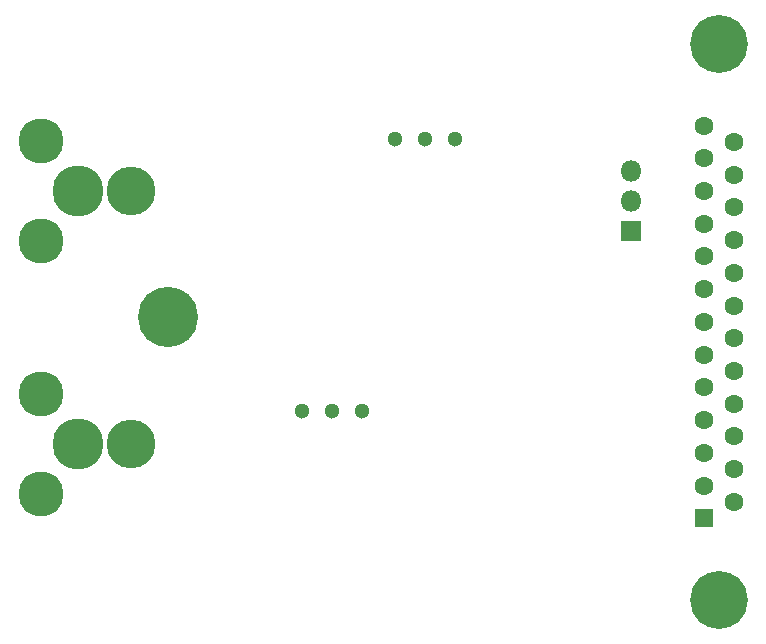
<source format=gbr>
%TF.GenerationSoftware,KiCad,Pcbnew,(5.1.6)-1*%
%TF.CreationDate,2022-10-15T16:32:03-04:00*%
%TF.ProjectId,Amiga-Stereo-Digitizer,416d6967-612d-4537-9465-72656f2d4469,rev?*%
%TF.SameCoordinates,Original*%
%TF.FileFunction,Soldermask,Bot*%
%TF.FilePolarity,Negative*%
%FSLAX46Y46*%
G04 Gerber Fmt 4.6, Leading zero omitted, Abs format (unit mm)*
G04 Created by KiCad (PCBNEW (5.1.6)-1) date 2022-10-15 16:32:03*
%MOMM*%
%LPD*%
G01*
G04 APERTURE LIST*
%ADD10C,0.900000*%
%ADD11C,5.100000*%
%ADD12R,1.600000X1.600000*%
%ADD13C,1.600000*%
%ADD14C,4.900000*%
%ADD15R,1.800000X1.800000*%
%ADD16O,1.800000X1.800000*%
%ADD17C,4.330000*%
%ADD18C,4.135000*%
%ADD19C,3.820000*%
%ADD20C,1.300000*%
G04 APERTURE END LIST*
D10*
%TO.C,REF\u002A\u002A*%
X150450825Y-89474175D03*
X149125000Y-88925000D03*
X147799175Y-89474175D03*
X147250000Y-90800000D03*
X147799175Y-92125825D03*
X149125000Y-92675000D03*
X150450825Y-92125825D03*
X151000000Y-90800000D03*
D11*
X149125000Y-90800000D03*
%TD*%
D12*
%TO.C,J0*%
X194500000Y-107800000D03*
D13*
X194500000Y-105030000D03*
X194500000Y-102260000D03*
X194500000Y-99490000D03*
X194500000Y-96720000D03*
X194500000Y-93950000D03*
X194500000Y-91180000D03*
X194500000Y-88410000D03*
X194500000Y-85640000D03*
X194500000Y-82870000D03*
X194500000Y-80100000D03*
X194500000Y-77330000D03*
X194500000Y-74560000D03*
X197040000Y-106415000D03*
X197040000Y-103645000D03*
X197040000Y-100875000D03*
X197040000Y-98105000D03*
X197040000Y-95335000D03*
X197040000Y-92565000D03*
X197040000Y-89795000D03*
X197040000Y-87025000D03*
X197040000Y-84255000D03*
X197040000Y-81485000D03*
X197040000Y-78715000D03*
X197040000Y-75945000D03*
D14*
X195770000Y-114700000D03*
X195770000Y-67660000D03*
%TD*%
D15*
%TO.C,J1*%
X188300000Y-83500000D03*
D16*
X188300000Y-80960000D03*
X188300000Y-78420000D03*
%TD*%
D17*
%TO.C,J2*%
X141500000Y-101500000D03*
D18*
X146000000Y-101500000D03*
D19*
X138350000Y-105750000D03*
X138350000Y-97250000D03*
%TD*%
D17*
%TO.C,J3*%
X141500000Y-80100000D03*
D18*
X146000000Y-80100000D03*
D19*
X138350000Y-84350000D03*
X138350000Y-75850000D03*
%TD*%
D20*
%TO.C,VR1*%
X173440000Y-75700000D03*
X170900000Y-75700000D03*
X168360000Y-75700000D03*
%TD*%
%TO.C,VR2*%
X160460000Y-98700000D03*
X163000000Y-98700000D03*
X165540000Y-98700000D03*
%TD*%
M02*

</source>
